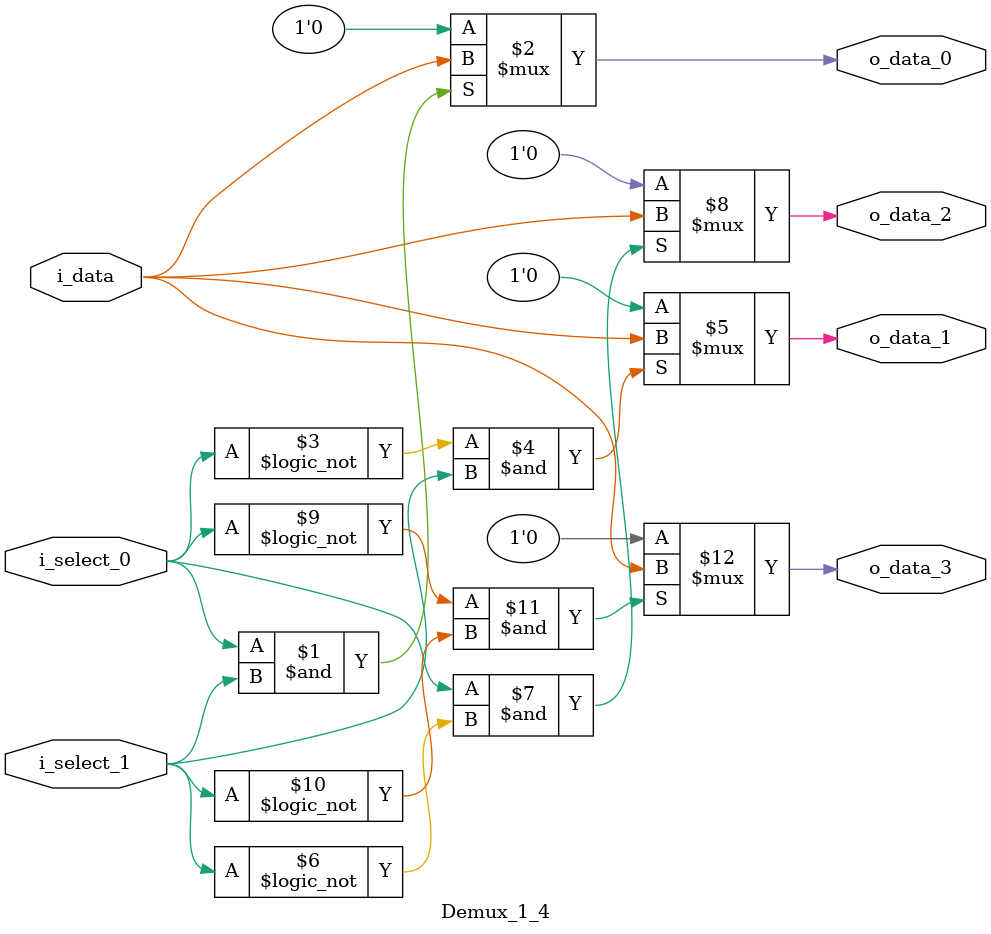
<source format=v>
module Demux_1_4(
    input i_data,
    input i_select_0,
    input i_select_1,
    output o_data_0,
    output o_data_1,
    output o_data_2,
    output o_data_3
);
    assign o_data_0 = (i_select_0 & i_select_1) ? i_data : 1'b0;
    assign o_data_1 = (!i_select_0 & i_select_1) ? i_data : 1'b0;
    assign o_data_2 = (i_select_0 & !i_select_1) ? i_data : 1'b0;
    assign o_data_3 = (!i_select_0 & !i_select_1) ? i_data : 1'b0;
    
endmodule

</source>
